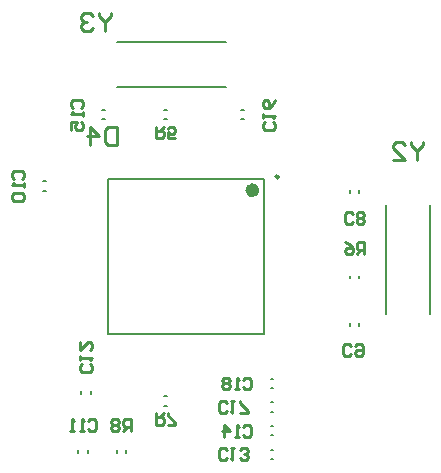
<source format=gbr>
G04*
G04 #@! TF.GenerationSoftware,Altium Limited,Altium Designer,24.4.1 (13)*
G04*
G04 Layer_Color=32896*
%FSLAX44Y44*%
%MOMM*%
G71*
G04*
G04 #@! TF.SameCoordinates,79D782BA-BD90-4D4D-B637-5DB34664487F*
G04*
G04*
G04 #@! TF.FilePolarity,Positive*
G04*
G01*
G75*
%ADD11C,0.2000*%
%ADD12C,0.2500*%
%ADD13C,0.2540*%
%ADD61C,0.6000*%
D11*
X996500Y946500D02*
X1128500D01*
X996500Y1078500D02*
X1128500D01*
X996500Y946500D02*
Y1078500D01*
X1128500Y946500D02*
Y1078500D01*
X1044000Y886000D02*
X1046000D01*
X1044000Y894000D02*
X1046000D01*
X1109000Y1128500D02*
X1111000D01*
X1109000Y1136500D02*
X1111000D01*
X991500Y1136500D02*
X993500D01*
X991500Y1128500D02*
X993500D01*
X1044000Y1136500D02*
X1046000D01*
X1044000Y1128500D02*
X1046000D01*
X1209000Y1066500D02*
Y1068500D01*
X1201000Y1066500D02*
Y1068500D01*
X1201000Y994000D02*
Y996000D01*
X1209000Y994000D02*
Y996000D01*
X1201000Y954000D02*
Y956000D01*
X1209000Y954000D02*
Y956000D01*
X1011500Y846500D02*
Y848500D01*
X1003500Y846500D02*
Y848500D01*
X971000Y846500D02*
Y848500D01*
X979000Y846500D02*
Y848500D01*
X1134000Y861000D02*
X1136000D01*
X1134000Y869000D02*
X1136000D01*
X1134000Y901000D02*
X1136000D01*
X1134000Y909000D02*
X1136000D01*
X973500Y896500D02*
Y898500D01*
X981500Y896500D02*
Y898500D01*
X1004000Y1193750D02*
X1096000D01*
X1004000Y1156250D02*
X1096000D01*
X1134000Y881000D02*
X1136000D01*
X1134000Y889000D02*
X1136000D01*
X1134000Y841000D02*
X1136000D01*
X1134000Y849000D02*
X1136000D01*
X941500Y1076000D02*
X943500D01*
X941500Y1068000D02*
X943500D01*
X1231250Y964000D02*
Y1056000D01*
X1268750Y964000D02*
Y1056000D01*
D12*
X1140750Y1080000D02*
G03*
X1140750Y1080000I-1250J0D01*
G01*
D13*
X1003808Y1122167D02*
Y1106932D01*
X996190D01*
X993651Y1109471D01*
Y1119628D01*
X996190Y1122167D01*
X1003808D01*
X980955Y1106932D02*
Y1122167D01*
X988573Y1114549D01*
X978416D01*
X916668Y1077831D02*
X915002Y1079498D01*
Y1082830D01*
X916668Y1084496D01*
X923332D01*
X924998Y1082830D01*
Y1079498D01*
X923332Y1077831D01*
X924998Y1074499D02*
Y1071167D01*
Y1072833D01*
X915002D01*
X916668Y1074499D01*
Y1066169D02*
X915002Y1064502D01*
Y1061170D01*
X916668Y1059504D01*
X923332D01*
X924998Y1061170D01*
Y1064502D01*
X923332Y1066169D01*
X916668D01*
X998474Y1218687D02*
Y1216148D01*
X993396Y1211069D01*
X988317Y1216148D01*
Y1218687D01*
X993396Y1211069D02*
Y1203452D01*
X983239Y1216148D02*
X980700Y1218687D01*
X975621D01*
X973082Y1216148D01*
Y1213609D01*
X975621Y1211069D01*
X978161D01*
X975621D01*
X973082Y1208530D01*
Y1205991D01*
X975621Y1203452D01*
X980700D01*
X983239Y1205991D01*
X1262696Y1109808D02*
Y1107268D01*
X1257617Y1102190D01*
X1252539Y1107268D01*
Y1109808D01*
X1257617Y1102190D02*
Y1094573D01*
X1237304D02*
X1247461D01*
X1237304Y1104729D01*
Y1107268D01*
X1239843Y1109808D01*
X1244922D01*
X1247461Y1107268D01*
X1015831Y865002D02*
Y874998D01*
X1010832D01*
X1009166Y873332D01*
Y870000D01*
X1010832Y868334D01*
X1015831D01*
X1012498D02*
X1009166Y865002D01*
X1005834Y873332D02*
X1004168Y874998D01*
X1000835D01*
X999169Y873332D01*
Y871666D01*
X1000835Y870000D01*
X999169Y868334D01*
Y866668D01*
X1000835Y865002D01*
X1004168D01*
X1005834Y866668D01*
Y868334D01*
X1004168Y870000D01*
X1005834Y871666D01*
Y873332D01*
X1004168Y870000D02*
X1000835D01*
X1036669Y879998D02*
Y870002D01*
X1041668D01*
X1043334Y871668D01*
Y875000D01*
X1041668Y876666D01*
X1036669D01*
X1040002D02*
X1043334Y879998D01*
X1046666Y870002D02*
X1053331D01*
Y871668D01*
X1046666Y878332D01*
Y879998D01*
X1213331Y1015012D02*
Y1025008D01*
X1208332D01*
X1206666Y1023342D01*
Y1020010D01*
X1208332Y1018344D01*
X1213331D01*
X1209998D02*
X1206666Y1015012D01*
X1196669Y1025008D02*
X1200002Y1023342D01*
X1203334Y1020010D01*
Y1016678D01*
X1201668Y1015012D01*
X1198335D01*
X1196669Y1016678D01*
Y1018344D01*
X1198335Y1020010D01*
X1203334D01*
X1036669Y1122498D02*
Y1112502D01*
X1041668D01*
X1043334Y1114168D01*
Y1117500D01*
X1041668Y1119166D01*
X1036669D01*
X1040002D02*
X1043334Y1122498D01*
X1053331Y1112502D02*
X1046666D01*
Y1117500D01*
X1049998Y1115834D01*
X1051665D01*
X1053331Y1117500D01*
Y1120832D01*
X1051665Y1122498D01*
X1048332D01*
X1046666Y1120832D01*
X1110832Y908332D02*
X1112498Y909998D01*
X1115830D01*
X1117496Y908332D01*
Y901668D01*
X1115830Y900002D01*
X1112498D01*
X1110832Y901668D01*
X1107499Y900002D02*
X1104167D01*
X1105833D01*
Y909998D01*
X1107499Y908332D01*
X1099168D02*
X1097502Y909998D01*
X1094170D01*
X1092504Y908332D01*
Y906666D01*
X1094170Y905000D01*
X1092504Y903334D01*
Y901668D01*
X1094170Y900002D01*
X1097502D01*
X1099168Y901668D01*
Y903334D01*
X1097502Y905000D01*
X1099168Y906666D01*
Y908332D01*
X1097502Y905000D02*
X1094170D01*
X1096668Y881668D02*
X1095002Y880002D01*
X1091670D01*
X1090004Y881668D01*
Y888332D01*
X1091670Y889998D01*
X1095002D01*
X1096668Y888332D01*
X1100001Y889998D02*
X1103333D01*
X1101667D01*
Y880002D01*
X1100001Y881668D01*
X1108331Y880002D02*
X1114996D01*
Y881668D01*
X1108331Y888332D01*
Y889998D01*
X1135832Y1126668D02*
X1137498Y1125002D01*
Y1121670D01*
X1135832Y1120004D01*
X1129168D01*
X1127502Y1121670D01*
Y1125002D01*
X1129168Y1126668D01*
X1127502Y1130001D02*
Y1133333D01*
Y1131667D01*
X1137498D01*
X1135832Y1130001D01*
X1137498Y1144996D02*
X1135832Y1141664D01*
X1132500Y1138331D01*
X1129168D01*
X1127502Y1139997D01*
Y1143330D01*
X1129168Y1144996D01*
X1130834D01*
X1132500Y1143330D01*
Y1138331D01*
X966668Y1138332D02*
X965002Y1139998D01*
Y1143330D01*
X966668Y1144996D01*
X973332D01*
X974998Y1143330D01*
Y1139998D01*
X973332Y1138332D01*
X974998Y1134999D02*
Y1131667D01*
Y1133333D01*
X965002D01*
X966668Y1134999D01*
X965002Y1120004D02*
Y1126668D01*
X970000D01*
X968334Y1123336D01*
Y1121670D01*
X970000Y1120004D01*
X973332D01*
X974998Y1121670D01*
Y1125002D01*
X973332Y1126668D01*
X1110832Y868332D02*
X1112498Y869998D01*
X1115830D01*
X1117496Y868332D01*
Y861668D01*
X1115830Y860002D01*
X1112498D01*
X1110832Y861668D01*
X1107499Y860002D02*
X1104167D01*
X1105833D01*
Y869998D01*
X1107499Y868332D01*
X1094170Y860002D02*
Y869998D01*
X1099168Y865000D01*
X1092504D01*
X1096668Y841668D02*
X1095002Y840002D01*
X1091670D01*
X1090004Y841668D01*
Y848332D01*
X1091670Y849998D01*
X1095002D01*
X1096668Y848332D01*
X1100001Y849998D02*
X1103333D01*
X1101667D01*
Y840002D01*
X1100001Y841668D01*
X1108331D02*
X1109998Y840002D01*
X1113330D01*
X1114996Y841668D01*
Y843334D01*
X1113330Y845000D01*
X1111664D01*
X1113330D01*
X1114996Y846666D01*
Y848332D01*
X1113330Y849998D01*
X1109998D01*
X1108331Y848332D01*
X980832Y921668D02*
X982498Y920002D01*
Y916670D01*
X980832Y915004D01*
X974168D01*
X972502Y916670D01*
Y920002D01*
X974168Y921668D01*
X972502Y925001D02*
Y928333D01*
Y926667D01*
X982498D01*
X980832Y925001D01*
X972502Y939996D02*
Y933331D01*
X979166Y939996D01*
X980832D01*
X982498Y938330D01*
Y934997D01*
X980832Y933331D01*
X979165Y873332D02*
X980831Y874998D01*
X984164D01*
X985830Y873332D01*
Y866668D01*
X984164Y865002D01*
X980831D01*
X979165Y866668D01*
X975833Y865002D02*
X972501D01*
X974167D01*
Y874998D01*
X975833Y873332D01*
X967502Y865002D02*
X964170D01*
X965836D01*
Y874998D01*
X967502Y873332D01*
X1202064Y929688D02*
X1200398Y928021D01*
X1197065D01*
X1195399Y929688D01*
Y936352D01*
X1197065Y938018D01*
X1200398D01*
X1202064Y936352D01*
X1205396D02*
X1207062Y938018D01*
X1210395D01*
X1212061Y936352D01*
Y929688D01*
X1210395Y928021D01*
X1207062D01*
X1205396Y929688D01*
Y931354D01*
X1207062Y933020D01*
X1212061D01*
X1203334Y1041698D02*
X1201668Y1040032D01*
X1198335D01*
X1196669Y1041698D01*
Y1048362D01*
X1198335Y1050028D01*
X1201668D01*
X1203334Y1048362D01*
X1206666Y1041698D02*
X1208332Y1040032D01*
X1211665D01*
X1213331Y1041698D01*
Y1043364D01*
X1211665Y1045030D01*
X1213331Y1046696D01*
Y1048362D01*
X1211665Y1050028D01*
X1208332D01*
X1206666Y1048362D01*
Y1046696D01*
X1208332Y1045030D01*
X1206666Y1043364D01*
Y1041698D01*
X1208332Y1045030D02*
X1211665D01*
D61*
X1121500Y1068500D02*
G03*
X1121500Y1068500I-3000J0D01*
G01*
M02*

</source>
